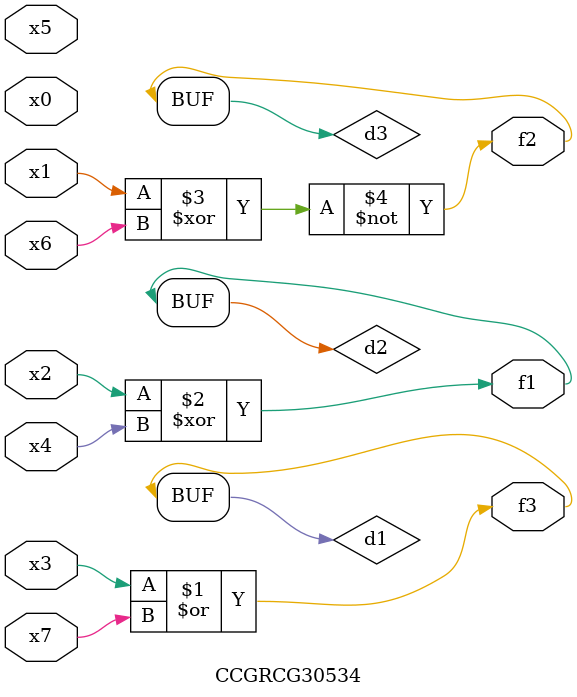
<source format=v>
module CCGRCG30534(
	input x0, x1, x2, x3, x4, x5, x6, x7,
	output f1, f2, f3
);

	wire d1, d2, d3;

	or (d1, x3, x7);
	xor (d2, x2, x4);
	xnor (d3, x1, x6);
	assign f1 = d2;
	assign f2 = d3;
	assign f3 = d1;
endmodule

</source>
